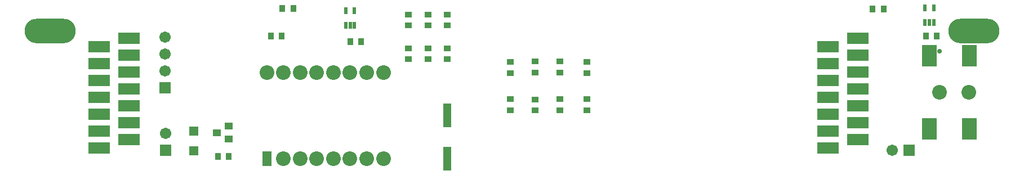
<source format=gts>
G04*
G04 #@! TF.GenerationSoftware,Altium Limited,Altium Designer,18.1.9 (240)*
G04*
G04 Layer_Color=8388736*
%FSAX25Y25*%
%MOIN*%
G70*
G01*
G75*
%ADD23R,0.08674X0.12611*%
%ADD24R,0.03556X0.04147*%
%ADD25R,0.05131X0.14186*%
%ADD26R,0.02375X0.04147*%
%ADD27R,0.12611X0.06706*%
%ADD28R,0.04147X0.03556*%
%ADD29R,0.05603X0.05721*%
%ADD30R,0.04619X0.03950*%
%ADD31O,0.30328X0.14580*%
%ADD32C,0.08674*%
%ADD33R,0.06706X0.06706*%
%ADD34C,0.06706*%
%ADD35R,0.05524X0.08674*%
%ADD36R,0.06706X0.06706*%
%ADD37C,0.02769*%
D23*
X0673744Y0452012D02*
D03*
X0650122D02*
D03*
Y0408705D02*
D03*
X0673744D02*
D03*
D24*
X0622894Y0479587D02*
D03*
X0616398D02*
D03*
X0273524Y0479941D02*
D03*
X0267028D02*
D03*
X0647874Y0463740D02*
D03*
X0654370D02*
D03*
X0266634Y0463563D02*
D03*
X0260138D02*
D03*
X0313720Y0460217D02*
D03*
X0307224D02*
D03*
X0228957Y0392421D02*
D03*
X0235453D02*
D03*
D25*
X0364764Y0390827D02*
D03*
Y0416457D02*
D03*
D26*
X0647362Y0480354D02*
D03*
X0652480D02*
D03*
Y0471693D02*
D03*
X0649921D02*
D03*
X0647362D02*
D03*
X0304685Y0478661D02*
D03*
X0309803D02*
D03*
Y0470000D02*
D03*
X0307244D02*
D03*
X0304685D02*
D03*
D27*
X0607677Y0402283D02*
D03*
Y0412284D02*
D03*
Y0422284D02*
D03*
Y0432283D02*
D03*
Y0442283D02*
D03*
Y0452283D02*
D03*
Y0462284D02*
D03*
X0589961Y0397284D02*
D03*
Y0407283D02*
D03*
Y0417283D02*
D03*
Y0427283D02*
D03*
Y0437284D02*
D03*
Y0447284D02*
D03*
Y0457283D02*
D03*
X0176260Y0402323D02*
D03*
Y0412323D02*
D03*
Y0422323D02*
D03*
Y0432323D02*
D03*
Y0442323D02*
D03*
Y0452323D02*
D03*
Y0462323D02*
D03*
X0158543Y0397323D02*
D03*
Y0407323D02*
D03*
Y0417323D02*
D03*
Y0427323D02*
D03*
Y0437323D02*
D03*
Y0447323D02*
D03*
Y0457323D02*
D03*
D28*
X0431280Y0419744D02*
D03*
Y0426240D02*
D03*
X0416595Y0419587D02*
D03*
Y0426083D02*
D03*
X0401831Y0419665D02*
D03*
Y0426161D02*
D03*
X0447461Y0419705D02*
D03*
Y0426201D02*
D03*
X0431319Y0448445D02*
D03*
Y0441949D02*
D03*
X0416634Y0448445D02*
D03*
Y0441949D02*
D03*
X0447461Y0448248D02*
D03*
Y0441752D02*
D03*
X0401831D02*
D03*
Y0448248D02*
D03*
X0364744Y0469783D02*
D03*
Y0476279D02*
D03*
X0353248Y0469823D02*
D03*
Y0476319D02*
D03*
X0341713Y0469862D02*
D03*
Y0476358D02*
D03*
X0364705Y0449862D02*
D03*
Y0456358D02*
D03*
X0353248Y0449862D02*
D03*
Y0456358D02*
D03*
X0341713Y0449823D02*
D03*
Y0456319D02*
D03*
D29*
X0214764Y0407264D02*
D03*
Y0395650D02*
D03*
D30*
X0228346Y0406417D02*
D03*
X0235433Y0410157D02*
D03*
Y0402677D02*
D03*
D31*
X0129567Y0466653D02*
D03*
X0676417D02*
D03*
D32*
X0656028Y0430358D02*
D03*
X0673350D02*
D03*
X0326811Y0441968D02*
D03*
X0316968D02*
D03*
X0307126D02*
D03*
X0297284D02*
D03*
X0287441D02*
D03*
X0277598D02*
D03*
X0267756D02*
D03*
X0257913D02*
D03*
X0326811Y0390787D02*
D03*
X0316968D02*
D03*
X0307126D02*
D03*
X0297284D02*
D03*
X0287441D02*
D03*
X0277598D02*
D03*
X0267756D02*
D03*
D33*
X0638031Y0395984D02*
D03*
D34*
X0628031D02*
D03*
X0198031Y0405787D02*
D03*
X0197638Y0463071D02*
D03*
Y0453071D02*
D03*
Y0443071D02*
D03*
D35*
X0257913Y0390787D02*
D03*
D36*
X0198031Y0395787D02*
D03*
X0197638Y0433071D02*
D03*
D37*
X0655944Y0454448D02*
D03*
M02*

</source>
